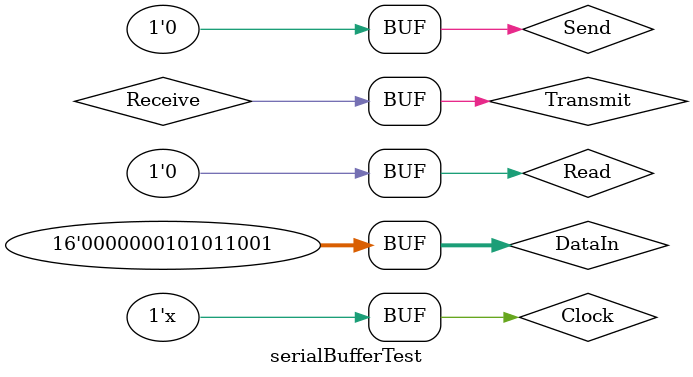
<source format=v>
`timescale 1ns / 1ps


module serialBufferTest;

	// Inputs
	reg Clock;
	reg Send;
	reg [15:0] DataIn;
	reg Receive;
	reg Read;

	// Outputs
	wire Valid;
	wire [15:0] DataOut;
	wire Transmit;

	// Instantiate the Unit Under Test (UUT)
	SerialController uut (
		.Clock(Clock), 
		.Send(Send), 
		.Read(Read),
		.DataIn(DataIn), 
		.Receive(Receive), 
		.Valid(Valid), 
		.DataOut(DataOut), 
		.Transmit(Transmit)
	);
	
	always
		begin
			Clock = ~Clock;
			Receive = Transmit;
			#5;
		end

	initial begin
		// Initialize Inputs
		Clock = 0;
		Send = 0;
		DataIn = 0;
		Receive = 0;
		Read = 0;
		
		// Wait 100 ns for global reset to finish
		#100;
      
		DataIn = 685;
		#5
		Send = 1;
		#8;
		DataIn = 3;
		Send = 0;
		#20;
		DataIn = 345;
		#5;
		Send = 1;
		#8 ;
		Send = 0;
		#15000;
		Read = 1;
		#28;
		Read = 0;
		#14800;
		Read = 1;
		#8;
		Read = 0;
		
		// Add stimulus here

	end
      
endmodule


</source>
